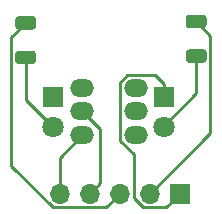
<source format=gtl>
G04 #@! TF.GenerationSoftware,KiCad,Pcbnew,(5.1.10)-1*
G04 #@! TF.CreationDate,2021-06-08T20:19:30+01:00*
G04 #@! TF.ProjectId,Korry_PCB2,4b6f7272-795f-4504-9342-322e6b696361,V1*
G04 #@! TF.SameCoordinates,Original*
G04 #@! TF.FileFunction,Copper,L1,Top*
G04 #@! TF.FilePolarity,Positive*
%FSLAX46Y46*%
G04 Gerber Fmt 4.6, Leading zero omitted, Abs format (unit mm)*
G04 Created by KiCad (PCBNEW (5.1.10)-1) date 2021-06-08 20:19:30*
%MOMM*%
%LPD*%
G01*
G04 APERTURE LIST*
G04 #@! TA.AperFunction,ComponentPad*
%ADD10O,2.000000X1.500000*%
G04 #@! TD*
G04 #@! TA.AperFunction,ComponentPad*
%ADD11R,1.800000X1.800000*%
G04 #@! TD*
G04 #@! TA.AperFunction,ComponentPad*
%ADD12C,1.800000*%
G04 #@! TD*
G04 #@! TA.AperFunction,ComponentPad*
%ADD13R,1.700000X1.700000*%
G04 #@! TD*
G04 #@! TA.AperFunction,ComponentPad*
%ADD14O,1.700000X1.700000*%
G04 #@! TD*
G04 #@! TA.AperFunction,Conductor*
%ADD15C,0.250000*%
G04 #@! TD*
G04 APERTURE END LIST*
D10*
X62717680Y-46972220D03*
X62717680Y-44932220D03*
X62717680Y-42962220D03*
X67257680Y-42962220D03*
X67257680Y-44932220D03*
X67257680Y-46972220D03*
D11*
X60299600Y-43756580D03*
D12*
X60299600Y-46296580D03*
X69626480Y-46296580D03*
D11*
X69626480Y-43756580D03*
D13*
X70995540Y-51897280D03*
D14*
X68455540Y-51897280D03*
X65915540Y-51897280D03*
X63375540Y-51897280D03*
X60835540Y-51897280D03*
G04 #@! TA.AperFunction,SMDPad,CuDef*
G36*
G01*
X58577643Y-40937800D02*
X57327637Y-40937800D01*
G75*
G02*
X57077640Y-40687803I0J249997D01*
G01*
X57077640Y-40062797D01*
G75*
G02*
X57327637Y-39812800I249997J0D01*
G01*
X58577643Y-39812800D01*
G75*
G02*
X58827640Y-40062797I0J-249997D01*
G01*
X58827640Y-40687803D01*
G75*
G02*
X58577643Y-40937800I-249997J0D01*
G01*
G37*
G04 #@! TD.AperFunction*
G04 #@! TA.AperFunction,SMDPad,CuDef*
G36*
G01*
X58577643Y-38012800D02*
X57327637Y-38012800D01*
G75*
G02*
X57077640Y-37762803I0J249997D01*
G01*
X57077640Y-37137797D01*
G75*
G02*
X57327637Y-36887800I249997J0D01*
G01*
X58577643Y-36887800D01*
G75*
G02*
X58827640Y-37137797I0J-249997D01*
G01*
X58827640Y-37762803D01*
G75*
G02*
X58577643Y-38012800I-249997J0D01*
G01*
G37*
G04 #@! TD.AperFunction*
G04 #@! TA.AperFunction,SMDPad,CuDef*
G36*
G01*
X73020083Y-37890880D02*
X71770077Y-37890880D01*
G75*
G02*
X71520080Y-37640883I0J249997D01*
G01*
X71520080Y-37015877D01*
G75*
G02*
X71770077Y-36765880I249997J0D01*
G01*
X73020083Y-36765880D01*
G75*
G02*
X73270080Y-37015877I0J-249997D01*
G01*
X73270080Y-37640883D01*
G75*
G02*
X73020083Y-37890880I-249997J0D01*
G01*
G37*
G04 #@! TD.AperFunction*
G04 #@! TA.AperFunction,SMDPad,CuDef*
G36*
G01*
X73020083Y-40815880D02*
X71770077Y-40815880D01*
G75*
G02*
X71520080Y-40565883I0J249997D01*
G01*
X71520080Y-39940877D01*
G75*
G02*
X71770077Y-39690880I249997J0D01*
G01*
X73020083Y-39690880D01*
G75*
G02*
X73270080Y-39940877I0J-249997D01*
G01*
X73270080Y-40565883D01*
G75*
G02*
X73020083Y-40815880I-249997J0D01*
G01*
G37*
G04 #@! TD.AperFunction*
D15*
X69626480Y-42606580D02*
X69626480Y-43756580D01*
X65932670Y-42516937D02*
X66562397Y-41887210D01*
X65932670Y-47417503D02*
X65932670Y-42516937D01*
X68907110Y-41887210D02*
X69626480Y-42606580D01*
X67090541Y-48575374D02*
X65932670Y-47417503D01*
X67090541Y-52271283D02*
X67090541Y-48575374D01*
X66562397Y-41887210D02*
X68907110Y-41887210D01*
X67891539Y-53072281D02*
X67090541Y-52271283D01*
X69820539Y-53072281D02*
X67891539Y-53072281D01*
X70995540Y-51897280D02*
X69820539Y-53072281D01*
X57952640Y-43949620D02*
X57952640Y-40375300D01*
X60299600Y-46296580D02*
X57952640Y-43949620D01*
X69626480Y-46141582D02*
X69626480Y-46296580D01*
X72395080Y-43372982D02*
X69626480Y-46141582D01*
X72395080Y-40253380D02*
X72395080Y-43372982D01*
X73595090Y-46757730D02*
X68455540Y-51897280D01*
X73595090Y-38528390D02*
X73595090Y-46757730D01*
X72395080Y-37328380D02*
X73595090Y-38528390D01*
X56752630Y-38650310D02*
X57952640Y-37450300D01*
X56752630Y-49553372D02*
X56752630Y-38650310D01*
X60271539Y-53072281D02*
X56752630Y-49553372D01*
X64740539Y-53072281D02*
X60271539Y-53072281D01*
X65915540Y-51897280D02*
X64740539Y-53072281D01*
X64225539Y-46440079D02*
X62717680Y-44932220D01*
X64225539Y-51047281D02*
X64225539Y-46440079D01*
X63375540Y-51897280D02*
X64225539Y-51047281D01*
X60835540Y-48854360D02*
X62717680Y-46972220D01*
X60835540Y-51897280D02*
X60835540Y-48854360D01*
M02*

</source>
